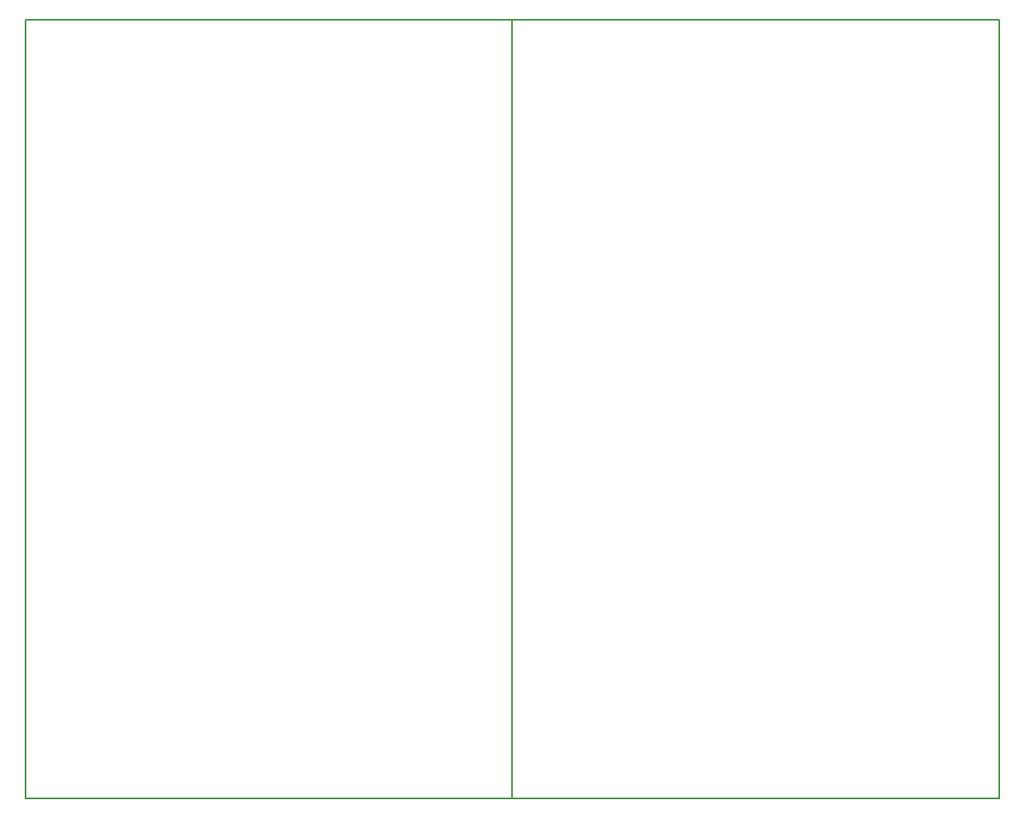
<source format=gm1>
G04*
G04 #@! TF.GenerationSoftware,Altium Limited,Altium Designer,20.0.10 (225)*
G04*
G04 Layer_Color=16711935*
%FSLAX25Y25*%
%MOIN*%
G70*
G01*
G75*
%ADD10C,0.00787*%
D10*
X393701Y0D02*
X196850D01*
X393701D02*
Y314961D01*
X196850D01*
Y0D02*
Y314961D01*
Y0D02*
X0D01*
X196850D02*
Y314961D01*
X0D01*
Y0D02*
Y314961D01*
M02*

</source>
